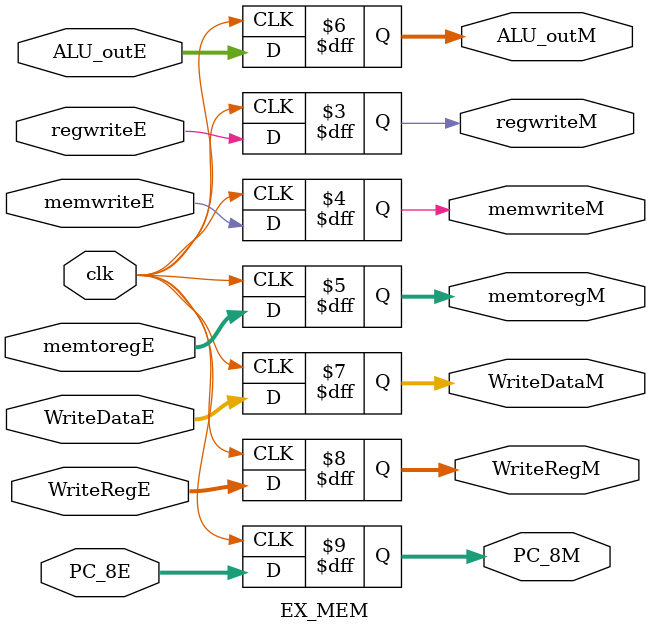
<source format=v>
`timescale 1ns / 1ps
module EX_MEM(clk,regwriteE,memtoregE,memwriteE,ALU_outE,WriteDataE,WriteRegE,
						regwriteM,memtoregM,memwriteM,ALU_outM,WriteDataM,WriteRegM,
						PC_8E,PC_8M
    );
	input clk;
	input regwriteE,memwriteE;
	input [1:0] memtoregE;
	output regwriteM,memwriteM;
	output [1:0] memtoregM;
	reg regwriteM,memwriteM;
	reg [1:0] memtoregM;
	input [31:0] ALU_outE;
	output [31:0] ALU_outM;
	reg [31:0] ALU_outM;
	input [31:0] WriteDataE;
	output [31:0] WriteDataM;
	reg [31:0] WriteDataM;
	input [4:0] WriteRegE;
	output [4:0] WriteRegM;
	reg [4:0] WriteRegM;
	
	input [31:0] PC_8E;
	output [31:0] PC_8M;
	reg [31:0] PC_8M;
	initial begin
		WriteRegM=5'b0;
	end
	
	always@(posedge clk)
	begin
		regwriteM<=regwriteE;
		memtoregM<=memtoregE;
		memwriteM<=memwriteE;
		ALU_outM<=ALU_outE;
		WriteDataM<=WriteDataE;
		WriteRegM<=WriteRegE;
		PC_8M<=PC_8E;
	end
endmodule

</source>
